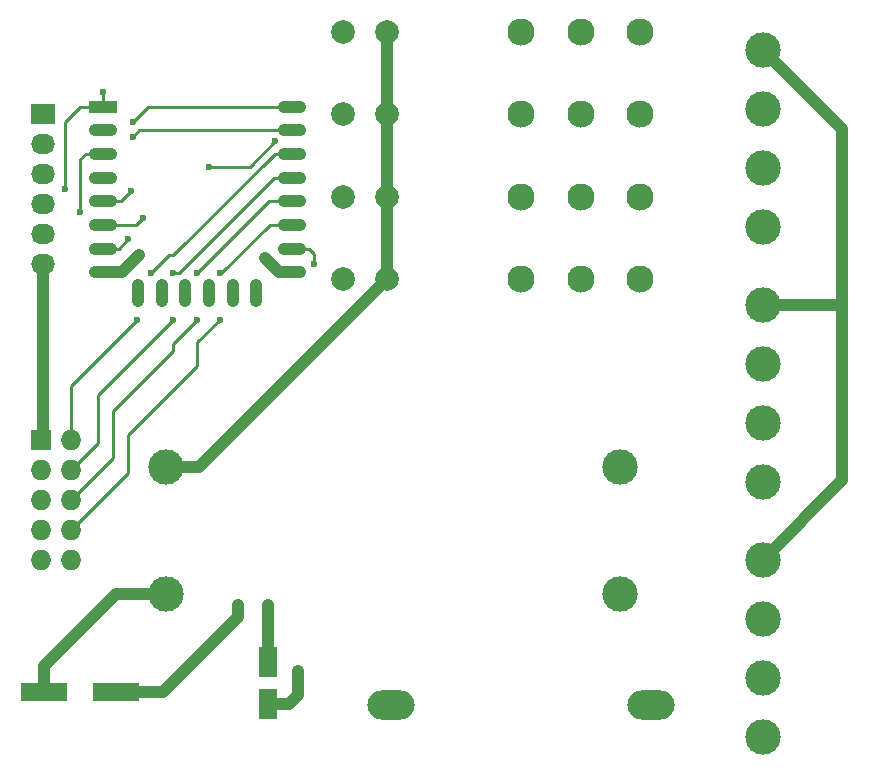
<source format=gtl>
G04 #@! TF.FileFunction,Copper,L1,Top,Signal*
%FSLAX46Y46*%
G04 Gerber Fmt 4.6, Leading zero omitted, Abs format (unit mm)*
G04 Created by KiCad (PCBNEW 4.0.2+e4-6225~38~ubuntu14.04.1-stable) date Sun 31 Jul 2016 09:36:03 AM CEST*
%MOMM*%
G01*
G04 APERTURE LIST*
%ADD10C,0.100000*%
%ADD11O,4.000500X2.499360*%
%ADD12R,2.032000X1.727200*%
%ADD13O,2.032000X1.727200*%
%ADD14O,1.100000X2.400000*%
%ADD15R,2.400000X1.100000*%
%ADD16O,2.400000X1.100000*%
%ADD17C,3.000000*%
%ADD18C,2.300000*%
%ADD19C,2.000000*%
%ADD20R,4.000500X1.600200*%
%ADD21R,1.600200X2.600960*%
%ADD22R,1.727200X1.727200*%
%ADD23O,1.727200X1.727200*%
%ADD24C,0.600000*%
%ADD25C,1.000000*%
%ADD26C,0.250000*%
G04 APERTURE END LIST*
D10*
D11*
X163781740Y-122809000D03*
X141780260Y-122809000D03*
D12*
X112268000Y-72771000D03*
D13*
X112268000Y-75311000D03*
X112268000Y-77851000D03*
X112268000Y-80391000D03*
X112268000Y-82931000D03*
X112268000Y-85471000D03*
D14*
X120338000Y-87886000D03*
X122338000Y-87886000D03*
X124338000Y-87886000D03*
X126338000Y-87886000D03*
X128338000Y-87886000D03*
X130338000Y-87886000D03*
D15*
X117348000Y-72136000D03*
D16*
X117348000Y-74136000D03*
X117348000Y-76136000D03*
X117348000Y-78136000D03*
X117348000Y-80136000D03*
X117348000Y-82136000D03*
X117348000Y-84136000D03*
X117348000Y-86136000D03*
X133348000Y-86136000D03*
X133348000Y-84136000D03*
X133348000Y-82136000D03*
X133348000Y-80136000D03*
X133348000Y-78136000D03*
X133348000Y-76136000D03*
X133348000Y-74136000D03*
X133348000Y-72136000D03*
D17*
X173230000Y-110476000D03*
X173230000Y-115476000D03*
X173230000Y-120476000D03*
X173230000Y-125476000D03*
X173230000Y-88886000D03*
X173230000Y-93886000D03*
X173230000Y-98886000D03*
X173230000Y-103886000D03*
X173230000Y-67296000D03*
X173230000Y-72296000D03*
X173230000Y-77296000D03*
X173230000Y-82296000D03*
X122663000Y-102661000D03*
X161163000Y-102661000D03*
X122663000Y-113411000D03*
X161163000Y-113411000D03*
D18*
X162868000Y-86741000D03*
X157828000Y-86741000D03*
X152788000Y-86741000D03*
D19*
X141448000Y-86741000D03*
X137668000Y-86741000D03*
D18*
X162868000Y-79756000D03*
X157828000Y-79756000D03*
X152788000Y-79756000D03*
D19*
X141448000Y-79756000D03*
X137668000Y-79756000D03*
D18*
X162868000Y-72771000D03*
X157828000Y-72771000D03*
X152788000Y-72771000D03*
D19*
X141448000Y-72771000D03*
X137668000Y-72771000D03*
D18*
X162868000Y-65786000D03*
X157828000Y-65786000D03*
X152788000Y-65786000D03*
D19*
X141448000Y-65786000D03*
X137668000Y-65786000D03*
D20*
X118493540Y-121666000D03*
X112392460Y-121666000D03*
D21*
X131318000Y-119103140D03*
X131318000Y-122704860D03*
D22*
X112141000Y-100330000D03*
D23*
X114681000Y-100330000D03*
X112141000Y-102870000D03*
X114681000Y-102870000D03*
X112141000Y-105410000D03*
X114681000Y-105410000D03*
X112141000Y-107950000D03*
X114681000Y-107950000D03*
X112141000Y-110490000D03*
X114681000Y-110490000D03*
D24*
X128778000Y-114300000D03*
X128778000Y-115316000D03*
X133858000Y-119888000D03*
X133858000Y-120904000D03*
X131064000Y-84963000D03*
X131318000Y-114300000D03*
X131318000Y-115316000D03*
X120396000Y-84709000D03*
X114173000Y-79121000D03*
X117348000Y-70866000D03*
X119888000Y-73406000D03*
X119888000Y-74676000D03*
X123317000Y-86233000D03*
X123317000Y-90170000D03*
X121412000Y-86233000D03*
X120269000Y-90170000D03*
X125349000Y-90170000D03*
X125349000Y-86233000D03*
X127254000Y-90170000D03*
X127254000Y-86233000D03*
X115443000Y-81026000D03*
X126365000Y-77216000D03*
X131953000Y-75057000D03*
X135255000Y-85471000D03*
X119761000Y-79248000D03*
X120777000Y-81534000D03*
X119507000Y-83312000D03*
D25*
X141448000Y-86741000D02*
X141448000Y-79756000D01*
X141448000Y-79756000D02*
X141448000Y-72771000D01*
X141448000Y-72771000D02*
X141448000Y-65786000D01*
X128778000Y-115316000D02*
X128778000Y-114300000D01*
X122428000Y-121666000D02*
X118493540Y-121666000D01*
X128778000Y-115316000D02*
X122428000Y-121666000D01*
X122663000Y-102661000D02*
X125528000Y-102661000D01*
X125528000Y-102661000D02*
X141448000Y-86741000D01*
X133858000Y-120904000D02*
X133858000Y-119888000D01*
X133858000Y-120904000D02*
X133858000Y-121920000D01*
X133858000Y-121920000D02*
X133073140Y-122704860D01*
X133073140Y-122704860D02*
X131318000Y-122704860D01*
X112392460Y-121666000D02*
X112392460Y-119509540D01*
X118491000Y-113411000D02*
X122663000Y-113411000D01*
X112392460Y-119509540D02*
X118491000Y-113411000D01*
X133348000Y-86136000D02*
X132237000Y-86136000D01*
X132237000Y-86136000D02*
X131064000Y-84963000D01*
X112268000Y-85471000D02*
X112268000Y-100330000D01*
D26*
X122663000Y-113411000D02*
X122663000Y-113646000D01*
D25*
X131318000Y-115316000D02*
X131318000Y-114300000D01*
X131318000Y-115316000D02*
X131318000Y-119103140D01*
X117348000Y-86136000D02*
X118969000Y-86136000D01*
X118969000Y-86136000D02*
X120396000Y-84709000D01*
D26*
X115443000Y-72136000D02*
X117348000Y-72136000D01*
X114173000Y-73406000D02*
X115443000Y-72136000D01*
X114173000Y-79121000D02*
X114173000Y-73406000D01*
X117348000Y-72136000D02*
X117348000Y-70866000D01*
X133348000Y-72136000D02*
X121158000Y-72136000D01*
X121158000Y-72136000D02*
X119888000Y-73406000D01*
X133348000Y-74136000D02*
X120428000Y-74136000D01*
X120428000Y-74136000D02*
X119888000Y-74676000D01*
X133348000Y-78136000D02*
X131857000Y-78136000D01*
X123760000Y-86233000D02*
X123317000Y-86233000D01*
X131857000Y-78136000D02*
X123760000Y-86233000D01*
X116967000Y-100584000D02*
X114681000Y-102870000D01*
X116967000Y-96520000D02*
X116967000Y-100584000D01*
X123317000Y-90170000D02*
X116967000Y-96520000D01*
X133348000Y-76136000D02*
X131890000Y-76136000D01*
X122936000Y-84709000D02*
X121412000Y-86233000D01*
X123317000Y-84709000D02*
X122936000Y-84709000D01*
X131890000Y-76136000D02*
X123317000Y-84709000D01*
X114681000Y-95758000D02*
X114681000Y-100330000D01*
X120269000Y-90170000D02*
X114681000Y-95758000D01*
X125349000Y-90170000D02*
X123317000Y-92202000D01*
X118237000Y-101854000D02*
X114681000Y-105410000D01*
X118237000Y-97917000D02*
X118237000Y-101854000D01*
X123317000Y-92837000D02*
X118237000Y-97917000D01*
X123317000Y-92202000D02*
X123317000Y-92837000D01*
X131954000Y-80136000D02*
X131953000Y-80137000D01*
X131953000Y-80137000D02*
X131445000Y-80137000D01*
X131445000Y-80137000D02*
X125349000Y-86233000D01*
X133348000Y-80136000D02*
X131954000Y-80136000D01*
X133348000Y-82136000D02*
X131478000Y-82136000D01*
X125349000Y-92075000D02*
X125349000Y-94107000D01*
X127254000Y-90170000D02*
X125349000Y-92075000D01*
X127381000Y-86233000D02*
X127254000Y-86233000D01*
X131478000Y-82136000D02*
X127381000Y-86233000D01*
X119507000Y-103124000D02*
X114681000Y-107950000D01*
X119507000Y-99949000D02*
X119507000Y-103124000D01*
X125349000Y-94107000D02*
X119507000Y-99949000D01*
X115888000Y-76136000D02*
X117348000Y-76136000D01*
X115443000Y-76581000D02*
X115888000Y-76136000D01*
X115443000Y-77216000D02*
X115443000Y-76581000D01*
X115443000Y-81026000D02*
X115443000Y-77216000D01*
X129794000Y-77216000D02*
X126365000Y-77216000D01*
X131953000Y-75057000D02*
X129794000Y-77216000D01*
X134809000Y-84136000D02*
X133348000Y-84136000D01*
X135255000Y-84582000D02*
X134809000Y-84136000D01*
X135255000Y-85471000D02*
X135255000Y-84582000D01*
X118873000Y-80136000D02*
X117348000Y-80136000D01*
X119761000Y-79248000D02*
X118873000Y-80136000D01*
X120175000Y-82136000D02*
X117348000Y-82136000D01*
X120777000Y-81534000D02*
X120175000Y-82136000D01*
X118683000Y-84136000D02*
X117348000Y-84136000D01*
X119507000Y-83312000D02*
X118683000Y-84136000D01*
D25*
X173230000Y-88886000D02*
X179959000Y-88886000D01*
X179959000Y-88886000D02*
X179959000Y-88900000D01*
X173230000Y-67296000D02*
X173230000Y-67312000D01*
X173230000Y-67312000D02*
X179959000Y-74041000D01*
X179959000Y-74041000D02*
X179959000Y-88900000D01*
X179959000Y-88900000D02*
X179959000Y-103747000D01*
X179959000Y-103747000D02*
X173230000Y-110476000D01*
M02*

</source>
